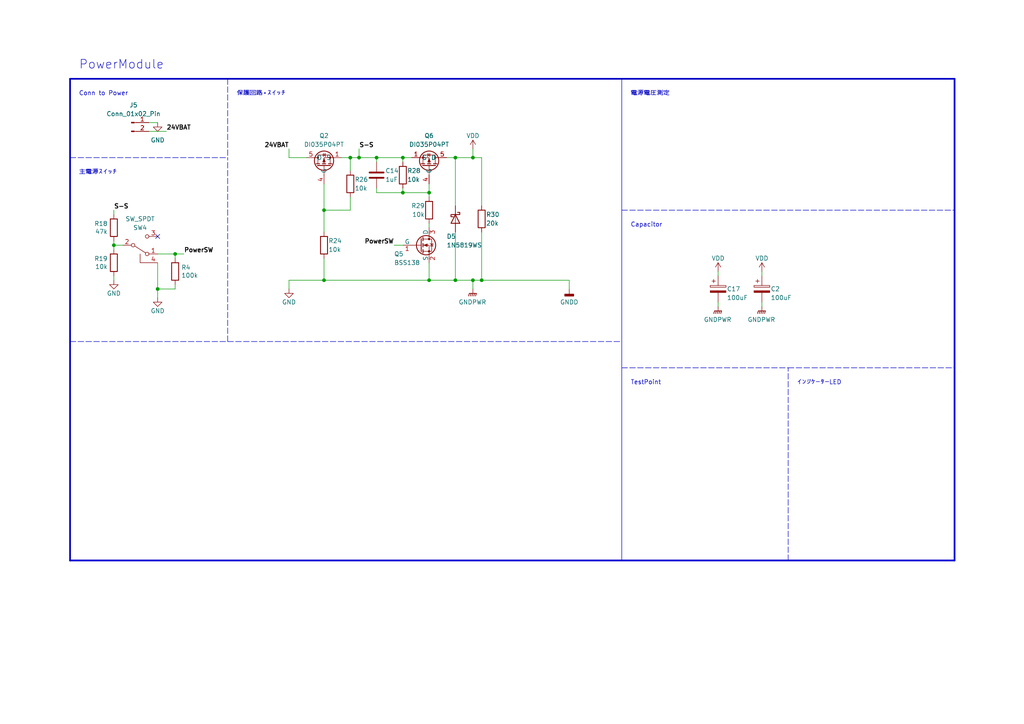
<source format=kicad_sch>
(kicad_sch (version 20230121) (generator eeschema)
  (paper "A4")
  (lib_symbols
    (symbol "AON6411_1"
      (property "Reference" "Q" (at 5.08 1.905 0))
      (property "Value" "AON6411" (at 5.08 0 0))
      (symbol "AON6411_1_0_1"
        (polyline (pts (xy 0.254 0) (xy -2.54 0)))
        (polyline (pts (xy 0.254 1.905) (xy 0.254 -1.905)) (stroke (width 0.254)))
        (polyline (pts (xy 0.762 -1.27) (xy 0.762 -2.286)) (stroke (width 0.254)))
        (polyline (pts (xy 0.762 0.508) (xy 0.762 -0.508)) (stroke (width 0.254)))
        (polyline (pts (xy 0.762 2.286) (xy 0.762 1.27)) (stroke (width 0.254)))
        (polyline (pts (xy 2.54 2.54) (xy 2.54 1.778)))
        (polyline (pts (xy 2.54 -2.54) (xy 2.54 0) (xy 0.762 0)))
        (polyline (pts (xy 0.762 1.778) (xy 3.302 1.778) (xy 3.302 -1.778) (xy 0.762 -1.778)))
        (polyline (pts (xy 2.286 0) (xy 1.27 0.381) (xy 1.27 -0.381) (xy 2.286 0)) (fill (type outline)))
        (polyline (pts (xy 2.794 -0.508) (xy 2.921 -0.381) (xy 3.683 -0.381) (xy 3.81 -0.254)))
        (polyline (pts (xy 3.302 -0.381) (xy 2.921 0.254) (xy 3.683 0.254) (xy 3.302 -0.381)))
        (circle (center 1.651 0) (radius 2.794) (stroke (width 0.254)))
        (circle (center 2.54 -1.778) (radius 0.254) (fill (type outline)))
        (circle (center 2.54 1.778) (radius 0.254) (fill (type outline)))
      )
      (symbol "AON6411_1_1_1"
        (pin passive line (at 2.54 -5.08 90) (length 2.54) (name "S") (number "1"))
        (pin passive line (at 2.54 -5.08 90) (length 2.54) hide (name "S") (number "2"))
        (pin passive line (at 2.54 -5.08 90) (length 2.54) hide (name "S") (number "3"))
        (pin input line (at -5.08 0 0) (length 2.54) (name "G") (number "4"))
        (pin passive line (at 2.54 5.08 270) (length 2.54) (name "D") (number "5"))
      )
    )
    (symbol "Connector:Conn_01x02_Pin" (pin_names (offset 1.016) hide)
      (property "Reference" "J" (at 0 2.54 0))
      (property "Value" "Conn_01x02_Pin" (at 0 -5.08 0))
      (symbol "Conn_01x02_Pin_1_1"
        (polyline (pts (xy 1.27 -2.54) (xy 0.8636 -2.54)) (stroke (width 0.1524)))
        (polyline (pts (xy 1.27 0) (xy 0.8636 0)) (stroke (width 0.1524)))
        (rectangle (start 0.8636 -2.413) (end 0 -2.667) (stroke (width 0.1524)) (fill (type outline)))
        (rectangle (start 0.8636 0.127) (end 0 -0.127) (stroke (width 0.1524)) (fill (type outline)))
        (pin passive line (at 5.08 0 180) (length 3.81) (name "Pin_1") (number "1"))
        (pin passive line (at 5.08 -2.54 180) (length 3.81) (name "Pin_2") (number "2"))
      )
    )
    (symbol "D_Schottky_3" (pin_numbers hide) (pin_names (offset 1.016) hide)
      (property "Reference" "D" (at 0 2.54 0))
      (property "Value" "D_Schottky_3" (at 0 -2.54 0))
      (symbol "D_Schottky_3_0_1"
        (polyline (pts (xy 1.27 0) (xy -1.27 0)))
        (polyline (pts (xy 1.27 1.27) (xy 1.27 -1.27) (xy -1.27 0) (xy 1.27 1.27)) (stroke (width 0.254)))
        (polyline (pts (xy -1.905 0.635) (xy -1.905 1.27) (xy -1.27 1.27) (xy -1.27 -1.27) (xy -0.635 -1.27) (xy -0.635 -0.635)) (stroke (width 0.254)))
      )
      (symbol "D_Schottky_3_1_1"
        (pin passive line (at -3.81 0 0) (length 2.54) (name "K") (number "1"))
        (pin passive line (at 3.81 0 180) (length 2.54) (name "A") (number "2"))
      )
    )
    (symbol "Device:C" (pin_numbers hide) (pin_names (offset 0.254))
      (property "Reference" "C" (at 0.635 2.54 0))
      (property "Value" "C" (at 0.635 -2.54 0))
      (symbol "C_0_1"
        (polyline (pts (xy -2.032 -0.762) (xy 2.032 -0.762)) (stroke (width 0.508)))
        (polyline (pts (xy -2.032 0.762) (xy 2.032 0.762)) (stroke (width 0.508)))
      )
      (symbol "C_1_1"
        (pin passive line (at 0 3.81 270) (length 2.794) (name "~") (number "1"))
        (pin passive line (at 0 -3.81 90) (length 2.794) (name "~") (number "2"))
      )
    )
    (symbol "Device:C_Polarized" (pin_numbers hide) (pin_names (offset 0.254))
      (property "Reference" "C" (at 0.635 2.54 0))
      (property "Value" "C_Polarized" (at 0.635 -2.54 0))
      (symbol "C_Polarized_0_1"
        (rectangle (start -2.286 0.508) (end 2.286 1.016))
        (polyline (pts (xy -1.778 2.286) (xy -0.762 2.286)))
        (polyline (pts (xy -1.27 2.794) (xy -1.27 1.778)))
        (rectangle (start 2.286 -0.508) (end -2.286 -1.016) (fill (type outline)))
      )
      (symbol "C_Polarized_1_1"
        (pin passive line (at 0 3.81 270) (length 2.794) (name "~") (number "1"))
        (pin passive line (at 0 -3.81 90) (length 2.794) (name "~") (number "2"))
      )
    )
    (symbol "Device:R" (pin_numbers hide) (pin_names (offset 0))
      (property "Reference" "R" (at 2.032 0 90))
      (property "Value" "R" (at 0 0 90))
      (symbol "R_0_1"
        (rectangle (start -1.016 -2.54) (end 1.016 2.54) (stroke (width 0.254)))
      )
      (symbol "R_1_1"
        (pin passive line (at 0 3.81 270) (length 1.27) (name "~") (number "1"))
        (pin passive line (at 0 -3.81 90) (length 1.27) (name "~") (number "2"))
      )
    )
    (symbol "Q_NMOS_GSD_1" (pin_names (offset 0))
      (property "Reference" "Q" (at 5.08 1.27 0))
      (property "Value" "Q_NMOS_GSD_1" (at 5.08 -1.27 0))
      (symbol "Q_NMOS_GSD_1_0_1"
        (polyline (pts (xy 0.254 0) (xy -2.54 0)))
        (polyline (pts (xy 0.254 1.905) (xy 0.254 -1.905)) (stroke (width 0.254)))
        (polyline (pts (xy 0.762 -1.27) (xy 0.762 -2.286)) (stroke (width 0.254)))
        (polyline (pts (xy 0.762 0.508) (xy 0.762 -0.508)) (stroke (width 0.254)))
        (polyline (pts (xy 0.762 2.286) (xy 0.762 1.27)) (stroke (width 0.254)))
        (polyline (pts (xy 2.54 2.54) (xy 2.54 1.778)))
        (polyline (pts (xy 2.54 -2.54) (xy 2.54 0) (xy 0.762 0)))
        (polyline (pts (xy 0.762 -1.778) (xy 3.302 -1.778) (xy 3.302 1.778) (xy 0.762 1.778)))
        (polyline (pts (xy 1.016 0) (xy 2.032 0.381) (xy 2.032 -0.381) (xy 1.016 0)) (fill (type outline)))
        (polyline (pts (xy 2.794 0.508) (xy 2.921 0.381) (xy 3.683 0.381) (xy 3.81 0.254)))
        (polyline (pts (xy 3.302 0.381) (xy 2.921 -0.254) (xy 3.683 -0.254) (xy 3.302 0.381)))
        (circle (center 1.651 0) (radius 2.794) (stroke (width 0.254)))
        (circle (center 2.54 -1.778) (radius 0.254) (fill (type outline)))
        (circle (center 2.54 1.778) (radius 0.254) (fill (type outline)))
      )
      (symbol "Q_NMOS_GSD_1_1_1"
        (pin input line (at -5.08 0 0) (length 2.54) (name "G") (number "1"))
        (pin passive line (at 2.54 -5.08 90) (length 2.54) (name "S") (number "2"))
        (pin passive line (at 2.54 5.08 270) (length 2.54) (name "D") (number "3"))
      )
    )
    (symbol "Switch:SW_SPDT" (pin_names (offset 0) hide)
      (property "Reference" "SW4" (at -2.54 10.16 90))
      (property "Value" "SW_SPDT" (at 0 10.16 90))
      (symbol "SW_SPDT_0_0"
        (circle (center -2.032 0) (radius 0.508))
        (circle (center 2.032 -2.54) (radius 0.508))
      )
      (symbol "SW_SPDT_0_1"
        (polyline (pts (xy -1.524 0.254) (xy 1.651 2.286)))
        (polyline (pts (xy 0 2.54) (xy 0 5.08) (xy 2.54 5.08)))
        (circle (center 2.032 2.54) (radius 0.508))
      )
      (symbol "SW_SPDT_1_1"
        (pin passive line (at 5.08 2.54 180) (length 2.54) (name "A") (number "1"))
        (pin passive line (at -5.08 0 0) (length 2.54) (name "B") (number "2"))
        (pin passive line (at 5.08 -2.54 180) (length 2.54) (name "C") (number "3"))
        (pin passive line (at 5.08 5.08 180) (length 2.54) (name "shell") (number "4"))
        (pin passive line (at 5.08 5.08 180) (length 2.54) hide (name "shell") (number "5"))
        (pin passive line (at 5.08 5.08 180) (length 2.54) hide (name "shell") (number "6"))
        (pin passive line (at 5.08 5.08 180) (length 2.54) hide (name "shell") (number "G1"))
        (pin passive line (at 5.08 5.08 180) (length 2.54) hide (name "shell") (number "G2"))
        (pin passive line (at 5.08 5.08 180) (length 2.54) hide (name "shell") (number "G3"))
        (pin passive line (at 5.08 5.08 180) (length 2.54) hide (name "shell") (number "G4"))
      )
    )
    (symbol "Transistor_FET:AON6411"
      (property "Reference" "Q" (at 5.08 1.905 0))
      (property "Value" "AON6411" (at 5.08 0 0))
      (symbol "AON6411_0_1"
        (polyline (pts (xy 0.254 0) (xy -2.54 0)))
        (polyline (pts (xy 0.254 1.905) (xy 0.254 -1.905)) (stroke (width 0.254)))
        (polyline (pts (xy 0.762 -1.27) (xy 0.762 -2.286)) (stroke (width 0.254)))
        (polyline (pts (xy 0.762 0.508) (xy 0.762 -0.508)) (stroke (width 0.254)))
        (polyline (pts (xy 0.762 2.286) (xy 0.762 1.27)) (stroke (width 0.254)))
        (polyline (pts (xy 2.54 2.54) (xy 2.54 1.778)))
        (polyline (pts (xy 2.54 -2.54) (xy 2.54 0) (xy 0.762 0)))
        (polyline (pts (xy 0.762 1.778) (xy 3.302 1.778) (xy 3.302 -1.778) (xy 0.762 -1.778)))
        (polyline (pts (xy 2.286 0) (xy 1.27 0.381) (xy 1.27 -0.381) (xy 2.286 0)) (fill (type outline)))
        (polyline (pts (xy 2.794 -0.508) (xy 2.921 -0.381) (xy 3.683 -0.381) (xy 3.81 -0.254)))
        (polyline (pts (xy 3.302 -0.381) (xy 2.921 0.254) (xy 3.683 0.254) (xy 3.302 -0.381)))
        (circle (center 1.651 0) (radius 2.794) (stroke (width 0.254)))
        (circle (center 2.54 -1.778) (radius 0.254) (fill (type outline)))
        (circle (center 2.54 1.778) (radius 0.254) (fill (type outline)))
      )
      (symbol "AON6411_1_1"
        (pin passive line (at 2.54 -5.08 90) (length 2.54) (name "S") (number "1"))
        (pin passive line (at 2.54 -5.08 90) (length 2.54) hide (name "S") (number "2"))
        (pin passive line (at 2.54 -5.08 90) (length 2.54) hide (name "S") (number "3"))
        (pin input line (at -5.08 0 0) (length 2.54) (name "G") (number "4"))
        (pin passive line (at 2.54 5.08 270) (length 2.54) (name "D") (number "5"))
      )
    )
    (symbol "power:GND" (power) (pin_names (offset 0))
      (property "Value" "GND" (at 0 -3.81 0))
      (symbol "GND_0_1"
        (polyline (pts (xy 0 0) (xy 0 -1.27) (xy 1.27 -1.27) (xy 0 -2.54) (xy -1.27 -1.27) (xy 0 -1.27)))
      )
      (symbol "GND_1_1"
        (pin power_in line (at 0 0 270) (length 0) hide (name "GND") (number "1"))
      )
    )
    (symbol "power:GNDD" (power) (pin_names (offset 0))
      (property "Value" "GNDD" (at 0 -3.175 0))
      (symbol "GNDD_0_1"
        (rectangle (start -1.27 -1.524) (end 1.27 -2.032) (stroke (width 0.254)) (fill (type outline)))
        (polyline (pts (xy 0 0) (xy 0 -1.524)))
      )
      (symbol "GNDD_1_1"
        (pin power_in line (at 0 0 270) (length 0) hide (name "GNDD") (number "1"))
      )
    )
    (symbol "power:GNDPWR" (power) (pin_names (offset 0))
      (property "Value" "GNDPWR" (at 0 -3.302 0))
      (symbol "GNDPWR_0_1"
        (polyline (pts (xy 0 -1.27) (xy 0 0)))
        (polyline (pts (xy -1.016 -1.27) (xy -1.27 -2.032) (xy -1.27 -2.032)) (stroke (width 0.2032)))
        (polyline (pts (xy -0.508 -1.27) (xy -0.762 -2.032) (xy -0.762 -2.032)) (stroke (width 0.2032)))
        (polyline (pts (xy 0 -1.27) (xy -0.254 -2.032) (xy -0.254 -2.032)) (stroke (width 0.2032)))
        (polyline (pts (xy 0.508 -1.27) (xy 0.254 -2.032) (xy 0.254 -2.032)) (stroke (width 0.2032)))
        (polyline (pts (xy 1.016 -1.27) (xy -1.016 -1.27) (xy -1.016 -1.27)) (stroke (width 0.2032)))
        (polyline (pts (xy 1.016 -1.27) (xy 0.762 -2.032) (xy 0.762 -2.032) (xy 0.762 -2.032)) (stroke (width 0.2032)))
      )
      (symbol "GNDPWR_1_1"
        (pin power_in line (at 0 0 270) (length 0) hide (name "GNDPWR") (number "1"))
      )
    )
    (symbol "power:VDD" (power) (pin_names (offset 0))
      (property "Value" "VDD" (at 0 3.81 0))
      (symbol "VDD_0_1"
        (polyline (pts (xy -0.762 1.27) (xy 0 2.54)))
        (polyline (pts (xy 0 0) (xy 0 2.54)))
        (polyline (pts (xy 0 2.54) (xy 0.762 1.27)))
      )
      (symbol "VDD_1_1"
        (pin power_in line (at 0 0 90) (length 0) hide (name "VDD") (number "1"))
      )
    )
  )
  (junction (at 109.22 45.72))
  (junction (at 104.14 45.72))
  (junction (at 124.46 55.88))
  (junction (at 93.98 60.96))
  (junction (at 33.02 71.12))
  (junction (at 132.08 81.28))
  (junction (at 101.6 45.72))
  (junction (at 124.46 81.28))
  (junction (at 116.84 45.72))
  (junction (at 116.84 55.88))
  (junction (at 45.72 83.82))
  (junction (at 132.08 45.72))
  (junction (at 137.16 81.28))
  (junction (at 93.98 81.28))
  (junction (at 50.8 73.66))
  (junction (at 139.7 81.28))
  (junction (at 137.16 45.72))
  (no_connect (at 45.72 68.58))
  (wire (pts (xy 93.98 53.34) (xy 93.98 60.96)))
  (wire (pts (xy 83.82 43.18) (xy 83.82 45.72)))
  (wire (pts (xy 33.02 71.12) (xy 33.02 72.39)))
  (wire (pts (xy 220.98 78.74) (xy 220.98 80.01)))
  (polyline (pts (xy 20.32 162.56) (xy 20.32 22.86)) (stroke (width 0.5) (type solid)))
  (wire (pts (xy 45.72 83.82) (xy 45.72 76.2)))
  (wire (pts (xy 139.7 45.72) (xy 139.7 59.69)))
  (wire (pts (xy 124.46 76.2) (xy 124.46 81.28)))
  (wire (pts (xy 101.6 57.15) (xy 101.6 60.96)))
  (wire (pts (xy 109.22 55.88) (xy 116.84 55.88)))
  (wire (pts (xy 109.22 54.61) (xy 109.22 55.88)))
  (polyline (pts (xy 66.04 99.06) (xy 66.04 45.72)) (stroke (width 0) (type dash)))
  (wire (pts (xy 114.3 71.12) (xy 116.84 71.12)))
  (wire (pts (xy 101.6 60.96) (xy 93.98 60.96)))
  (wire (pts (xy 83.82 45.72) (xy 88.9 45.72)))
  (wire (pts (xy 124.46 55.88) (xy 124.46 57.15)))
  (wire (pts (xy 132.08 45.72) (xy 137.16 45.72)))
  (polyline (pts (xy 180.34 106.68) (xy 228.6 106.68)) (stroke (width 0) (type dash)))
  (wire (pts (xy 129.54 45.72) (xy 132.08 45.72)))
  (wire (pts (xy 124.46 53.34) (xy 124.46 55.88)))
  (wire (pts (xy 33.02 80.01) (xy 33.02 81.28)))
  (wire (pts (xy 139.7 67.31) (xy 139.7 81.28)))
  (wire (pts (xy 50.8 82.55) (xy 50.8 83.82)))
  (wire (pts (xy 45.72 83.82) (xy 50.8 83.82)))
  (polyline (pts (xy 180.34 60.96) (xy 276.86 60.96)) (stroke (width 0) (type dash)))
  (polyline (pts (xy 228.6 162.56) (xy 228.6 106.68)) (stroke (width 0) (type dash)))
  (wire (pts (xy 132.08 81.28) (xy 137.16 81.28)))
  (wire (pts (xy 139.7 45.72) (xy 137.16 45.72)))
  (wire (pts (xy 33.02 71.12) (xy 35.56 71.12)))
  (polyline (pts (xy 20.32 22.86) (xy 276.86 22.86)) (stroke (width 0.5) (type solid)))
  (wire (pts (xy 53.34 73.66) (xy 50.8 73.66)))
  (wire (pts (xy 132.08 67.31) (xy 132.08 81.28)))
  (wire (pts (xy 93.98 74.93) (xy 93.98 81.28)))
  (polyline (pts (xy 276.86 22.86) (xy 276.86 162.56)) (stroke (width 0.5) (type solid)))
  (wire (pts (xy 132.08 45.72) (xy 132.08 59.69)))
  (wire (pts (xy 101.6 45.72) (xy 101.6 49.53)))
  (wire (pts (xy 116.84 45.72) (xy 119.38 45.72)))
  (wire (pts (xy 33.02 60.96) (xy 33.02 62.23)))
  (polyline (pts (xy 66.04 22.86) (xy 66.04 45.72)) (stroke (width 0) (type dash)))
  (wire (pts (xy 109.22 45.72) (xy 116.84 45.72)))
  (wire (pts (xy 104.14 43.18) (xy 104.14 45.72)))
  (wire (pts (xy 104.14 45.72) (xy 109.22 45.72)))
  (wire (pts (xy 93.98 81.28) (xy 83.82 81.28)))
  (wire (pts (xy 116.84 55.88) (xy 124.46 55.88)))
  (wire (pts (xy 124.46 64.77) (xy 124.46 66.04)))
  (wire (pts (xy 220.98 87.63) (xy 220.98 88.9)))
  (wire (pts (xy 116.84 54.61) (xy 116.84 55.88)))
  (wire (pts (xy 93.98 60.96) (xy 93.98 67.31)))
  (wire (pts (xy 165.1 81.28) (xy 165.1 83.82)))
  (wire (pts (xy 50.8 73.66) (xy 45.72 73.66)))
  (wire (pts (xy 137.16 83.82) (xy 137.16 81.28)))
  (wire (pts (xy 137.16 81.28) (xy 139.7 81.28)))
  (wire (pts (xy 124.46 81.28) (xy 132.08 81.28)))
  (wire (pts (xy 208.28 78.74) (xy 208.28 80.01)))
  (wire (pts (xy 83.82 81.28) (xy 83.82 83.82)))
  (wire (pts (xy 139.7 81.28) (xy 165.1 81.28)))
  (polyline (pts (xy 20.32 99.06) (xy 180.34 99.06)) (stroke (width 0) (type dash)))
  (wire (pts (xy 93.98 81.28) (xy 124.46 81.28)))
  (wire (pts (xy 137.16 43.18) (xy 137.16 45.72)))
  (polyline (pts (xy 276.86 162.56) (xy 20.32 162.56)) (stroke (width 0.5) (type solid)))
  (wire (pts (xy 99.06 45.72) (xy 101.6 45.72)))
  (polyline (pts (xy 180.34 22.86) (xy 180.34 162.56)) (stroke (width 0) (type solid)))
  (wire (pts (xy 33.02 69.85) (xy 33.02 71.12)))
  (wire (pts (xy 116.84 45.72) (xy 116.84 46.99)))
  (wire (pts (xy 208.28 87.63) (xy 208.28 88.9)))
  (polyline (pts (xy 228.6 106.68) (xy 276.86 106.68)) (stroke (width 0) (type dash)))
  (wire (pts (xy 109.22 45.72) (xy 109.22 46.99)))
  (wire (pts (xy 43.18 35.56) (xy 45.72 35.56)))
  (wire (pts (xy 101.6 45.72) (xy 104.14 45.72)))
  (wire (pts (xy 45.72 86.36) (xy 45.72 83.82)))
  (polyline (pts (xy 20.32 45.72) (xy 66.04 45.72)) (stroke (width 0) (type dash)))
  (wire (pts (xy 50.8 73.66) (xy 50.8 74.93)))
  (wire (pts (xy 43.18 38.1) (xy 48.26 38.1)))
  (text "主電源スイッチ" (at 22.86 50.8 0) (effects (font (size 1.27 1.27)) (justify left bottom)))
  (text "電源電圧測定" (at 182.88 27.94 0) (effects (font (size 1.27 1.27)) (justify left bottom)))
  (text "インジケーターLED" (at 231.14 111.76 0) (effects (font (size 1.27 1.27)) (justify left bottom)))
  (text "保護回路・スイッチ" (at 68.58 27.94 0) (effects (font (size 1.27 1.27)) (justify left bottom)))
  (text "Conn to Power" (at 22.86 27.94 0) (effects (font (size 1.27 1.27)) (justify left bottom)))
  (text "PowerModule" (at 22.86 20.32 0) (effects (font (size 2.54 2.54)) (justify left bottom)))
  (text "Capacitor" (at 182.88 66.04 0) (effects (font (size 1.27 1.27)) (justify left bottom)))
  (text "TestPoint" (at 182.88 111.76 0) (effects (font (size 1.27 1.27)) (justify left bottom)))
  (label "S-S" (at 104.14 43.18 0) (effects (font (thickness 0.254) bold)))
  (label "24VBAT" (at 48.26 38.1 0) (effects (font (thickness 0.254) bold)))
  (label "S-S" (at 33.02 60.96 0) (effects (font (thickness 0.254) bold)))
  (label "24VBAT" (at 83.82 43.18 180) (effects (font (thickness 0.254) bold)))
  (label "PowerSW" (at 114.3 71.12 180) (effects (font (thickness 0.254) bold)))
  (label "PowerSW" (at 53.34 73.66 0) (effects (font (thickness 0.254) bold)))
  (symbol (lib_id "Connector:Conn_01x02_Pin") (at 38.1 35.56 0) (unit 1)
    (property "Reference" "J5" (at 38.735 30.48 0))
    (property "Value" "Conn_01x02_Pin" (at 38.735 33.02 0))
    (property "Footprint" "Connector_Molex:Molex_SPOX_5268-02A_1x02_P2.50mm_Horizontal" (effects hide))
  )
  (symbol (lib_id "power:VDD") (at 137.16 43.18 0) (unit 1)
    (property "Reference" "#PWR036" (effects hide))
    (property "Value" "VDD" (at 137.16 39.37 0))
  )
  (symbol (lib_id "Device:R") (at 139.7 63.5 0) (unit 1)
    (property "Reference" "R30" (at 140.97 62.23 0) (effects (justify left)))
    (property "Value" "20k" (at 140.97 64.77 0) (effects (justify left)))
    (property "Footprint" "Resistor_SMD:R_0402_1005Metric" (effects hide))
  )
  (symbol (lib_id "power:GNDD") (at 165.1 83.82 0) (unit 1)
    (property "Reference" "#PWR039" (effects hide))
    (property "Value" "GNDD" (at 165.1 87.63 0))
  )
  (symbol (lib_id "power:GND") (at 83.82 83.82 0) (unit 1)
    (property "Reference" "#PWR032" (effects hide))
    (property "Value" "GND" (at 83.82 87.63 0))
  )
  (symbol (lib_id "Device:C") (at 109.22 50.8 0) (unit 1)
    (property "Reference" "C14" (at 111.76 49.53 0) (effects (justify left)))
    (property "Value" "1uF" (at 111.76 52.07 0) (effects (justify left)))
    (property "Footprint" "Capacitor_SMD:C_0402_1005Metric" (effects hide))
  )
  (symbol (lib_id "Device:R") (at 116.84 50.8 0) (unit 1)
    (property "Reference" "R28" (at 118.11 49.53 0) (effects (justify left)))
    (property "Value" "10k" (at 118.11 52.07 0) (effects (justify left)))
    (property "Footprint" "Resistor_SMD:R_0402_1005Metric" (effects hide))
  )
  (symbol (lib_id "power:VDD") (at 220.98 78.74 0) (unit 1)
    (property "Reference" "#PWR04" (effects hide))
    (property "Value" "VDD" (at 220.98 74.93 0))
  )
  (symbol (lib_name "Q_NMOS_GSD_1") (lib_id "Device:Q_NMOS_GSD") (at 121.92 71.12 0) (unit 1)
    (property "Reference" "Q5" (at 114.3 73.66 0) (effects (justify left)))
    (property "Value" "BSS138" (at 114.3 76.2 0) (effects (justify left)))
    (property "Footprint" "Package_TO_SOT_SMD:SOT-23" (effects hide))
  )
  (symbol (lib_name "D_Schottky_3") (lib_id "Device:D_Schottky") (at 132.08 63.5 270) (unit 1)
    (property "Reference" "D5" (at 129.54 68.58 90) (effects (justify left)))
    (property "Value" "1N5819WS" (at 129.54 71.12 90) (effects (justify left)))
    (property "Footprint" "Diode_SMD:D_SOD-323_HandSoldering" (effects hide))
  )
  (symbol (lib_id "Device:R") (at 93.98 71.12 0) (unit 1)
    (property "Reference" "R24" (at 95.25 69.85 0) (effects (justify left)))
    (property "Value" "10k" (at 95.25 72.39 0) (effects (justify left)))
    (property "Footprint" "Resistor_SMD:R_0402_1005Metric" (effects hide))
  )
  (symbol (lib_id "power:GND") (at 33.02 81.28 0) (unit 1)
    (property "Reference" "#PWR030" (effects hide))
    (property "Value" "GND" (at 33.02 85.09 0))
  )
  (symbol (lib_id "power:GNDPWR") (at 137.16 83.82 0) (unit 1)
    (property "Reference" "#PWR037" (effects hide))
    (property "Value" "GNDPWR" (at 137.033 87.63 0))
  )
  (symbol (lib_id "Transistor_FET:AON6411") (at 93.98 48.26 90) (unit 1)
    (property "Reference" "Q2" (at 93.98 39.37 90))
    (property "Value" "DI035P04PT" (at 93.98 41.91 90))
    (property "Footprint" "MyLibrary:Package_TSON-Advance" (effects hide))
    (property "Datasheet" "http://www.aosmd.com/res/data_sheets/AON6411.pdf" (effects hide))
  )
  (symbol (lib_id "power:GND") (at 45.72 35.56 0) (unit 1)
    (property "Reference" "#PWR031" (effects hide))
    (property "Value" "GND" (at 45.72 40.64 0))
  )
  (symbol (lib_name "AON6411_1") (lib_id "Transistor_FET:AON6411") (at 124.46 48.26 270) (mirror x) (unit 1)
    (property "Reference" "Q6" (at 124.46 39.37 90))
    (property "Value" "DI035P04PT" (at 124.46 41.91 90))
    (property "Footprint" "MyLibrary:Package_TSON-Advance" (effects hide))
    (property "Datasheet" "http://www.aosmd.com/res/data_sheets/AON6411.pdf" (effects hide))
  )
  (symbol (lib_id "Device:R") (at 33.02 76.2 0) (mirror y) (unit 1)
    (property "Reference" "R19" (at 31.242 75.0316 0) (effects (justify left)))
    (property "Value" "10k" (at 31.242 77.343 0) (effects (justify left)))
    (property "Footprint" "Resistor_SMD:R_0402_1005Metric" (effects hide))
  )
  (symbol (lib_id "Device:R") (at 50.8 78.74 0) (unit 1)
    (property "Reference" "R4" (at 52.578 77.5716 0) (effects (justify left)))
    (property "Value" "100k" (at 52.578 79.883 0) (effects (justify left)))
    (property "Footprint" "Resistor_SMD:R_0402_1005Metric" (effects hide))
  )
  (symbol (lib_id "Device:R") (at 33.02 66.04 0) (mirror y) (unit 1)
    (property "Reference" "R18" (at 31.242 64.8716 0) (effects (justify left)))
    (property "Value" "47k" (at 31.242 67.183 0) (effects (justify left)))
    (property "Footprint" "Resistor_SMD:R_0402_1005Metric" (effects hide))
  )
  (symbol (lib_id "Device:C_Polarized") (at 220.98 83.82 0) (unit 1)
    (property "Reference" "C2" (at 223.52 83.82 0) (effects (justify left)))
    (property "Value" "100uF" (at 223.52 86.36 0) (effects (justify left)))
    (property "Footprint" "MyLibrary:Capacitor_Alum_Radial_5.0x11.0mm_Horizontal" (effects hide))
  )
  (symbol (lib_id "Device:R") (at 101.6 53.34 0) (unit 1)
    (property "Reference" "R26" (at 102.87 52.07 0) (effects (justify left)))
    (property "Value" "10k" (at 102.87 54.61 0) (effects (justify left)))
    (property "Footprint" "Resistor_SMD:R_0402_1005Metric" (effects hide))
  )
  (symbol (lib_id "Device:C_Polarized") (at 208.28 83.82 0) (unit 1)
    (property "Reference" "C17" (at 210.82 83.82 0) (effects (justify left)))
    (property "Value" "100uF" (at 210.82 86.36 0) (effects (justify left)))
    (property "Footprint" "MyLibrary:Capacitor_Alum_Radial_5.0x11.0mm_Horizontal" (effects hide))
  )
  (symbol (lib_id "power:GND") (at 45.72 86.36 0) (mirror y) (unit 1)
    (property "Reference" "#PWR01" (effects hide))
    (property "Value" "GND" (at 45.72 90.17 0))
  )
  (symbol (lib_id "Device:R") (at 124.46 60.96 0) (mirror y) (unit 1)
    (property "Reference" "R29" (at 123.19 59.69 0) (effects (justify left)))
    (property "Value" "10k" (at 123.19 62.23 0) (effects (justify left)))
    (property "Footprint" "Resistor_SMD:R_0402_1005Metric" (effects hide))
  )
  (symbol (lib_id "power:GNDPWR") (at 208.28 88.9 0) (unit 1)
    (property "Reference" "#PWR043" (effects hide))
    (property "Value" "GNDPWR" (at 208.153 92.71 0))
  )
  (symbol (lib_id "Switch:SW_SPDT") (at 40.64 71.12 0) (mirror x) (unit 1)
    (property "Reference" "SW4" (at 40.64 66.04 0))
    (property "Value" "SW_SPDT" (at 40.64 63.5 0))
    (property "Footprint" "MyLibrary:SW_Slide_DPDT_SSSS820101" (effects hide))
  )
  (symbol (lib_id "power:VDD") (at 208.28 78.74 0) (unit 1)
    (property "Reference" "#PWR042" (effects hide))
    (property "Value" "VDD" (at 208.28 74.93 0))
  )
  (symbol (lib_id "power:GNDPWR") (at 220.98 88.9 0) (unit 1)
    (property "Reference" "#PWR09" (effects hide))
    (property "Value" "GNDPWR" (at 220.853 92.71 0))
  )
)
</source>
